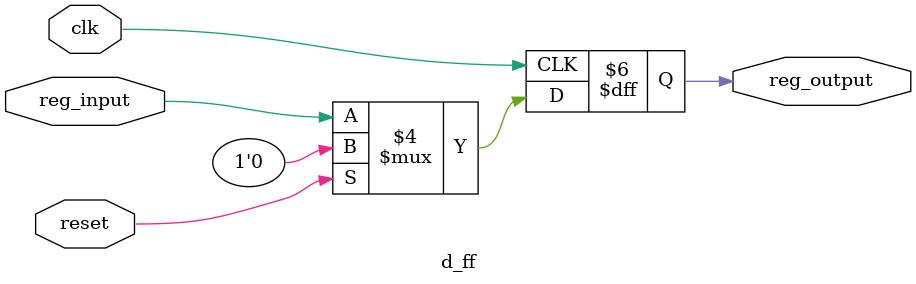
<source format=v>
module register(data_in, resetn, clk, data_result);
// Did not use D flip flop. However, it is possible to implement it using
// D flip flop.
    input [4:0] data_in;
    input resetn;
    input clk;
    output reg [4:0] data_result;

    always@(posedge clk) begin
        if (!resetn) begin
            data_result <= 5'b00000;
        end
        else
            data_result <= data_in;
    end
endmodule

module d_ff(reg_input, reg_output, clk, reset);
// D flip flop.
    input reg_input;
    output reg reg_output;
    input clk;
    input reset;

    always @(posedge clk)
    begin
        if (reset == 1'b1)
            reg_output <= 1'b0;
        else
            reg_output <= reg_input;
    end
endmodule




</source>
